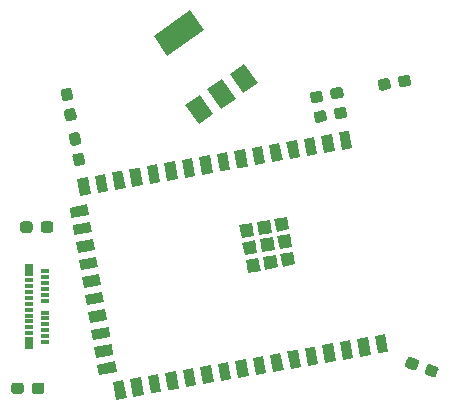
<source format=gbr>
G04 #@! TF.GenerationSoftware,KiCad,Pcbnew,5.1.5+dfsg1-2build2*
G04 #@! TF.CreationDate,2020-11-24T14:56:23+01:00*
G04 #@! TF.ProjectId,GreenEggs_and_Clem,47726565-6e45-4676-9773-5f616e645f43,v0.1*
G04 #@! TF.SameCoordinates,Original*
G04 #@! TF.FileFunction,Paste,Top*
G04 #@! TF.FilePolarity,Positive*
%FSLAX46Y46*%
G04 Gerber Fmt 4.6, Leading zero omitted, Abs format (unit mm)*
G04 Created by KiCad (PCBNEW 5.1.5+dfsg1-2build2) date 2020-11-24 14:56:23*
%MOMM*%
%LPD*%
G04 APERTURE LIST*
%ADD10C,0.100000*%
%ADD11R,0.700000X0.300000*%
%ADD12R,0.700000X1.000000*%
G04 APERTURE END LIST*
D10*
G36*
X150356967Y-74390623D02*
G01*
X151440256Y-74199610D01*
X151631269Y-75282899D01*
X150547980Y-75473912D01*
X150356967Y-74390623D01*
G37*
G36*
X157035640Y-65333283D02*
G01*
X157921967Y-65177000D01*
X158182440Y-66654211D01*
X157296113Y-66810494D01*
X157035640Y-65333283D01*
G37*
G36*
X155558429Y-65593755D02*
G01*
X156444756Y-65437472D01*
X156705229Y-66914683D01*
X155818902Y-67070966D01*
X155558429Y-65593755D01*
G37*
G36*
X154081217Y-65854227D02*
G01*
X154967544Y-65697944D01*
X155228017Y-67175155D01*
X154341690Y-67331438D01*
X154081217Y-65854227D01*
G37*
G36*
X152604006Y-66114700D02*
G01*
X153490333Y-65958417D01*
X153750806Y-67435628D01*
X152864479Y-67591911D01*
X152604006Y-66114700D01*
G37*
G36*
X151126794Y-66375172D02*
G01*
X152013121Y-66218889D01*
X152273594Y-67696100D01*
X151387267Y-67852383D01*
X151126794Y-66375172D01*
G37*
G36*
X149649582Y-66635644D02*
G01*
X150535909Y-66479361D01*
X150796382Y-67956572D01*
X149910055Y-68112855D01*
X149649582Y-66635644D01*
G37*
G36*
X148172371Y-66896116D02*
G01*
X149058698Y-66739833D01*
X149319171Y-68217044D01*
X148432844Y-68373327D01*
X148172371Y-66896116D01*
G37*
G36*
X146695159Y-67156589D02*
G01*
X147581486Y-67000306D01*
X147841959Y-68477517D01*
X146955632Y-68633800D01*
X146695159Y-67156589D01*
G37*
G36*
X145217947Y-67417061D02*
G01*
X146104274Y-67260778D01*
X146364747Y-68737989D01*
X145478420Y-68894272D01*
X145217947Y-67417061D01*
G37*
G36*
X143740736Y-67677533D02*
G01*
X144627063Y-67521250D01*
X144887536Y-68998461D01*
X144001209Y-69154744D01*
X143740736Y-67677533D01*
G37*
G36*
X142263524Y-67938005D02*
G01*
X143149851Y-67781722D01*
X143410324Y-69258933D01*
X142523997Y-69415216D01*
X142263524Y-67938005D01*
G37*
G36*
X140786313Y-68198478D02*
G01*
X141672640Y-68042195D01*
X141933113Y-69519406D01*
X141046786Y-69675689D01*
X140786313Y-68198478D01*
G37*
G36*
X139309101Y-68458950D02*
G01*
X140195428Y-68302667D01*
X140455901Y-69779878D01*
X139569574Y-69936161D01*
X139309101Y-68458950D01*
G37*
G36*
X137831889Y-68719422D02*
G01*
X138718216Y-68563139D01*
X138978689Y-70040350D01*
X138092362Y-70196633D01*
X137831889Y-68719422D01*
G37*
G36*
X136354678Y-68979894D02*
G01*
X137241005Y-68823611D01*
X137501478Y-70300822D01*
X136615151Y-70457105D01*
X136354678Y-68979894D01*
G37*
G36*
X134877466Y-69240367D02*
G01*
X135763793Y-69084084D01*
X136024266Y-70561295D01*
X135137939Y-70717578D01*
X134877466Y-69240367D01*
G37*
G36*
X160074484Y-82567418D02*
G01*
X160960811Y-82411135D01*
X161221284Y-83888346D01*
X160334957Y-84044629D01*
X160074484Y-82567418D01*
G37*
G36*
X158597272Y-82827891D02*
G01*
X159483599Y-82671608D01*
X159744072Y-84148819D01*
X158857745Y-84305102D01*
X158597272Y-82827891D01*
G37*
G36*
X157120060Y-83088363D02*
G01*
X158006387Y-82932080D01*
X158266860Y-84409291D01*
X157380533Y-84565574D01*
X157120060Y-83088363D01*
G37*
G36*
X155642849Y-83348835D02*
G01*
X156529176Y-83192552D01*
X156789649Y-84669763D01*
X155903322Y-84826046D01*
X155642849Y-83348835D01*
G37*
G36*
X154165637Y-83609307D02*
G01*
X155051964Y-83453024D01*
X155312437Y-84930235D01*
X154426110Y-85086518D01*
X154165637Y-83609307D01*
G37*
G36*
X152688425Y-83869780D02*
G01*
X153574752Y-83713497D01*
X153835225Y-85190708D01*
X152948898Y-85346991D01*
X152688425Y-83869780D01*
G37*
G36*
X151211214Y-84130252D02*
G01*
X152097541Y-83973969D01*
X152358014Y-85451180D01*
X151471687Y-85607463D01*
X151211214Y-84130252D01*
G37*
G36*
X149734002Y-84390724D02*
G01*
X150620329Y-84234441D01*
X150880802Y-85711652D01*
X149994475Y-85867935D01*
X149734002Y-84390724D01*
G37*
G36*
X148256791Y-84651197D02*
G01*
X149143118Y-84494914D01*
X149403591Y-85972125D01*
X148517264Y-86128408D01*
X148256791Y-84651197D01*
G37*
G36*
X146779579Y-84911669D02*
G01*
X147665906Y-84755386D01*
X147926379Y-86232597D01*
X147040052Y-86388880D01*
X146779579Y-84911669D01*
G37*
G36*
X145302367Y-85172141D02*
G01*
X146188694Y-85015858D01*
X146449167Y-86493069D01*
X145562840Y-86649352D01*
X145302367Y-85172141D01*
G37*
G36*
X143825156Y-85432613D02*
G01*
X144711483Y-85276330D01*
X144971956Y-86753541D01*
X144085629Y-86909824D01*
X143825156Y-85432613D01*
G37*
G36*
X142347944Y-85693086D02*
G01*
X143234271Y-85536803D01*
X143494744Y-87014014D01*
X142608417Y-87170297D01*
X142347944Y-85693086D01*
G37*
G36*
X140870732Y-85953558D02*
G01*
X141757059Y-85797275D01*
X142017532Y-87274486D01*
X141131205Y-87430769D01*
X140870732Y-85953558D01*
G37*
G36*
X139393521Y-86214030D02*
G01*
X140279848Y-86057747D01*
X140540321Y-87534958D01*
X139653994Y-87691241D01*
X139393521Y-86214030D01*
G37*
G36*
X137916309Y-86474502D02*
G01*
X138802636Y-86318219D01*
X139063109Y-87795430D01*
X138176782Y-87951713D01*
X137916309Y-86474502D01*
G37*
G36*
X134242810Y-71687755D02*
G01*
X135720021Y-71427282D01*
X135876304Y-72313609D01*
X134399093Y-72574082D01*
X134242810Y-71687755D01*
G37*
G36*
X134503282Y-73164967D02*
G01*
X135980493Y-72904494D01*
X136136776Y-73790821D01*
X134659565Y-74051294D01*
X134503282Y-73164967D01*
G37*
G36*
X134763754Y-74642179D02*
G01*
X136240965Y-74381706D01*
X136397248Y-75268033D01*
X134920037Y-75528506D01*
X134763754Y-74642179D01*
G37*
G36*
X135024226Y-76119390D02*
G01*
X136501437Y-75858917D01*
X136657720Y-76745244D01*
X135180509Y-77005717D01*
X135024226Y-76119390D01*
G37*
G36*
X135284699Y-77596602D02*
G01*
X136761910Y-77336129D01*
X136918193Y-78222456D01*
X135440982Y-78482929D01*
X135284699Y-77596602D01*
G37*
G36*
X135545171Y-79073814D02*
G01*
X137022382Y-78813341D01*
X137178665Y-79699668D01*
X135701454Y-79960141D01*
X135545171Y-79073814D01*
G37*
G36*
X135805643Y-80551025D02*
G01*
X137282854Y-80290552D01*
X137439137Y-81176879D01*
X135961926Y-81437352D01*
X135805643Y-80551025D01*
G37*
G36*
X136066115Y-82028237D02*
G01*
X137543326Y-81767764D01*
X137699609Y-82654091D01*
X136222398Y-82914564D01*
X136066115Y-82028237D01*
G37*
G36*
X136326588Y-83505448D02*
G01*
X137803799Y-83244975D01*
X137960082Y-84131302D01*
X136482871Y-84391775D01*
X136326588Y-83505448D01*
G37*
G36*
X136587060Y-84982660D02*
G01*
X138064271Y-84722187D01*
X138220554Y-85608514D01*
X136743343Y-85868987D01*
X136587060Y-84982660D01*
G37*
G36*
X150096495Y-72913412D02*
G01*
X151179784Y-72722399D01*
X151370797Y-73805688D01*
X150287508Y-73996701D01*
X150096495Y-72913412D01*
G37*
G36*
X150617440Y-75867835D02*
G01*
X151700729Y-75676822D01*
X151891742Y-76760111D01*
X150808453Y-76951124D01*
X150617440Y-75867835D01*
G37*
G36*
X148619283Y-73173884D02*
G01*
X149702572Y-72982871D01*
X149893585Y-74066160D01*
X148810296Y-74257173D01*
X148619283Y-73173884D01*
G37*
G36*
X148879756Y-74651095D02*
G01*
X149963045Y-74460082D01*
X150154058Y-75543371D01*
X149070769Y-75734384D01*
X148879756Y-74651095D01*
G37*
G36*
X149140228Y-76128307D02*
G01*
X150223517Y-75937294D01*
X150414530Y-77020583D01*
X149331241Y-77211596D01*
X149140228Y-76128307D01*
G37*
G36*
X151573707Y-72652939D02*
G01*
X152656996Y-72461926D01*
X152848009Y-73545215D01*
X151764720Y-73736228D01*
X151573707Y-72652939D01*
G37*
G36*
X151834179Y-74130151D02*
G01*
X152917468Y-73939138D01*
X153108481Y-75022427D01*
X152025192Y-75213440D01*
X151834179Y-74130151D01*
G37*
G36*
X152094651Y-75607363D02*
G01*
X153177940Y-75416350D01*
X153368953Y-76499639D01*
X152285664Y-76690652D01*
X152094651Y-75607363D01*
G37*
G36*
X157462028Y-63158450D02*
G01*
X157485002Y-63162372D01*
X157507482Y-63168527D01*
X157529250Y-63176855D01*
X157550097Y-63187278D01*
X157569822Y-63199693D01*
X157588235Y-63213982D01*
X157605159Y-63230008D01*
X157620431Y-63247614D01*
X157633903Y-63266633D01*
X157645447Y-63286881D01*
X157654950Y-63308163D01*
X157662321Y-63330274D01*
X157667490Y-63353001D01*
X157749973Y-63820785D01*
X157752889Y-63843909D01*
X157753524Y-63867207D01*
X157751873Y-63890456D01*
X157747951Y-63913430D01*
X157741796Y-63935910D01*
X157733467Y-63957678D01*
X157723045Y-63978525D01*
X157710630Y-63998250D01*
X157696340Y-64016664D01*
X157680315Y-64033587D01*
X157662709Y-64048859D01*
X157643690Y-64062331D01*
X157623442Y-64073875D01*
X157602160Y-64083378D01*
X157580049Y-64090749D01*
X157557323Y-64095918D01*
X156991058Y-64195766D01*
X156967934Y-64198682D01*
X156944635Y-64199317D01*
X156921386Y-64197666D01*
X156898412Y-64193744D01*
X156875932Y-64187589D01*
X156854164Y-64179261D01*
X156833317Y-64168838D01*
X156813592Y-64156423D01*
X156795179Y-64142134D01*
X156778255Y-64126108D01*
X156762983Y-64108502D01*
X156749511Y-64089483D01*
X156737967Y-64069235D01*
X156728464Y-64047953D01*
X156721093Y-64025842D01*
X156715924Y-64003115D01*
X156633441Y-63535331D01*
X156630525Y-63512207D01*
X156629890Y-63488909D01*
X156631541Y-63465660D01*
X156635463Y-63442686D01*
X156641618Y-63420206D01*
X156649947Y-63398438D01*
X156660369Y-63377591D01*
X156672784Y-63357866D01*
X156687074Y-63339452D01*
X156703099Y-63322529D01*
X156720705Y-63307257D01*
X156739724Y-63293785D01*
X156759972Y-63282241D01*
X156781254Y-63272738D01*
X156803365Y-63265367D01*
X156826091Y-63260198D01*
X157392356Y-63160350D01*
X157415480Y-63157434D01*
X157438779Y-63156799D01*
X157462028Y-63158450D01*
G37*
G36*
X155738614Y-63462334D02*
G01*
X155761588Y-63466256D01*
X155784068Y-63472411D01*
X155805836Y-63480739D01*
X155826683Y-63491162D01*
X155846408Y-63503577D01*
X155864821Y-63517866D01*
X155881745Y-63533892D01*
X155897017Y-63551498D01*
X155910489Y-63570517D01*
X155922033Y-63590765D01*
X155931536Y-63612047D01*
X155938907Y-63634158D01*
X155944076Y-63656885D01*
X156026559Y-64124669D01*
X156029475Y-64147793D01*
X156030110Y-64171091D01*
X156028459Y-64194340D01*
X156024537Y-64217314D01*
X156018382Y-64239794D01*
X156010053Y-64261562D01*
X155999631Y-64282409D01*
X155987216Y-64302134D01*
X155972926Y-64320548D01*
X155956901Y-64337471D01*
X155939295Y-64352743D01*
X155920276Y-64366215D01*
X155900028Y-64377759D01*
X155878746Y-64387262D01*
X155856635Y-64394633D01*
X155833909Y-64399802D01*
X155267644Y-64499650D01*
X155244520Y-64502566D01*
X155221221Y-64503201D01*
X155197972Y-64501550D01*
X155174998Y-64497628D01*
X155152518Y-64491473D01*
X155130750Y-64483145D01*
X155109903Y-64472722D01*
X155090178Y-64460307D01*
X155071765Y-64446018D01*
X155054841Y-64429992D01*
X155039569Y-64412386D01*
X155026097Y-64393367D01*
X155014553Y-64373119D01*
X155005050Y-64351837D01*
X154997679Y-64329726D01*
X154992510Y-64306999D01*
X154910027Y-63839215D01*
X154907111Y-63816091D01*
X154906476Y-63792793D01*
X154908127Y-63769544D01*
X154912049Y-63746570D01*
X154918204Y-63724090D01*
X154926533Y-63702322D01*
X154936955Y-63681475D01*
X154949370Y-63661750D01*
X154963660Y-63643336D01*
X154979685Y-63626413D01*
X154997291Y-63611141D01*
X155016310Y-63597669D01*
X155036558Y-63586125D01*
X155057840Y-63576622D01*
X155079951Y-63569251D01*
X155102677Y-63564082D01*
X155668942Y-63464234D01*
X155692066Y-63461318D01*
X155715365Y-63460683D01*
X155738614Y-63462334D01*
G37*
G36*
X155428614Y-61802334D02*
G01*
X155451588Y-61806256D01*
X155474068Y-61812411D01*
X155495836Y-61820739D01*
X155516683Y-61831162D01*
X155536408Y-61843577D01*
X155554821Y-61857866D01*
X155571745Y-61873892D01*
X155587017Y-61891498D01*
X155600489Y-61910517D01*
X155612033Y-61930765D01*
X155621536Y-61952047D01*
X155628907Y-61974158D01*
X155634076Y-61996885D01*
X155716559Y-62464669D01*
X155719475Y-62487793D01*
X155720110Y-62511091D01*
X155718459Y-62534340D01*
X155714537Y-62557314D01*
X155708382Y-62579794D01*
X155700053Y-62601562D01*
X155689631Y-62622409D01*
X155677216Y-62642134D01*
X155662926Y-62660548D01*
X155646901Y-62677471D01*
X155629295Y-62692743D01*
X155610276Y-62706215D01*
X155590028Y-62717759D01*
X155568746Y-62727262D01*
X155546635Y-62734633D01*
X155523909Y-62739802D01*
X154957644Y-62839650D01*
X154934520Y-62842566D01*
X154911221Y-62843201D01*
X154887972Y-62841550D01*
X154864998Y-62837628D01*
X154842518Y-62831473D01*
X154820750Y-62823145D01*
X154799903Y-62812722D01*
X154780178Y-62800307D01*
X154761765Y-62786018D01*
X154744841Y-62769992D01*
X154729569Y-62752386D01*
X154716097Y-62733367D01*
X154704553Y-62713119D01*
X154695050Y-62691837D01*
X154687679Y-62669726D01*
X154682510Y-62646999D01*
X154600027Y-62179215D01*
X154597111Y-62156091D01*
X154596476Y-62132793D01*
X154598127Y-62109544D01*
X154602049Y-62086570D01*
X154608204Y-62064090D01*
X154616533Y-62042322D01*
X154626955Y-62021475D01*
X154639370Y-62001750D01*
X154653660Y-61983336D01*
X154669685Y-61966413D01*
X154687291Y-61951141D01*
X154706310Y-61937669D01*
X154726558Y-61926125D01*
X154747840Y-61916622D01*
X154769951Y-61909251D01*
X154792677Y-61904082D01*
X155358942Y-61804234D01*
X155382066Y-61801318D01*
X155405365Y-61800683D01*
X155428614Y-61802334D01*
G37*
G36*
X157152028Y-61498450D02*
G01*
X157175002Y-61502372D01*
X157197482Y-61508527D01*
X157219250Y-61516855D01*
X157240097Y-61527278D01*
X157259822Y-61539693D01*
X157278235Y-61553982D01*
X157295159Y-61570008D01*
X157310431Y-61587614D01*
X157323903Y-61606633D01*
X157335447Y-61626881D01*
X157344950Y-61648163D01*
X157352321Y-61670274D01*
X157357490Y-61693001D01*
X157439973Y-62160785D01*
X157442889Y-62183909D01*
X157443524Y-62207207D01*
X157441873Y-62230456D01*
X157437951Y-62253430D01*
X157431796Y-62275910D01*
X157423467Y-62297678D01*
X157413045Y-62318525D01*
X157400630Y-62338250D01*
X157386340Y-62356664D01*
X157370315Y-62373587D01*
X157352709Y-62388859D01*
X157333690Y-62402331D01*
X157313442Y-62413875D01*
X157292160Y-62423378D01*
X157270049Y-62430749D01*
X157247323Y-62435918D01*
X156681058Y-62535766D01*
X156657934Y-62538682D01*
X156634635Y-62539317D01*
X156611386Y-62537666D01*
X156588412Y-62533744D01*
X156565932Y-62527589D01*
X156544164Y-62519261D01*
X156523317Y-62508838D01*
X156503592Y-62496423D01*
X156485179Y-62482134D01*
X156468255Y-62466108D01*
X156452983Y-62448502D01*
X156439511Y-62429483D01*
X156427967Y-62409235D01*
X156418464Y-62387953D01*
X156411093Y-62365842D01*
X156405924Y-62343115D01*
X156323441Y-61875331D01*
X156320525Y-61852207D01*
X156319890Y-61828909D01*
X156321541Y-61805660D01*
X156325463Y-61782686D01*
X156331618Y-61760206D01*
X156339947Y-61738438D01*
X156350369Y-61717591D01*
X156362784Y-61697866D01*
X156377074Y-61679452D01*
X156393099Y-61662529D01*
X156410705Y-61647257D01*
X156429724Y-61633785D01*
X156449972Y-61622241D01*
X156471254Y-61612738D01*
X156493365Y-61605367D01*
X156516091Y-61600198D01*
X157082356Y-61500350D01*
X157105480Y-61497434D01*
X157128779Y-61496799D01*
X157152028Y-61498450D01*
G37*
G36*
X134524340Y-63271541D02*
G01*
X134547314Y-63275463D01*
X134569794Y-63281618D01*
X134591562Y-63289947D01*
X134612409Y-63300369D01*
X134632134Y-63312784D01*
X134650548Y-63327074D01*
X134667471Y-63343099D01*
X134682743Y-63360705D01*
X134696215Y-63379724D01*
X134707759Y-63399972D01*
X134717262Y-63421254D01*
X134724633Y-63443365D01*
X134729802Y-63466091D01*
X134829650Y-64032356D01*
X134832566Y-64055480D01*
X134833201Y-64078779D01*
X134831550Y-64102028D01*
X134827628Y-64125002D01*
X134821473Y-64147482D01*
X134813145Y-64169250D01*
X134802722Y-64190097D01*
X134790307Y-64209822D01*
X134776018Y-64228235D01*
X134759992Y-64245159D01*
X134742386Y-64260431D01*
X134723367Y-64273903D01*
X134703119Y-64285447D01*
X134681837Y-64294950D01*
X134659726Y-64302321D01*
X134636999Y-64307490D01*
X134169215Y-64389973D01*
X134146091Y-64392889D01*
X134122793Y-64393524D01*
X134099544Y-64391873D01*
X134076570Y-64387951D01*
X134054090Y-64381796D01*
X134032322Y-64373467D01*
X134011475Y-64363045D01*
X133991750Y-64350630D01*
X133973336Y-64336340D01*
X133956413Y-64320315D01*
X133941141Y-64302709D01*
X133927669Y-64283690D01*
X133916125Y-64263442D01*
X133906622Y-64242160D01*
X133899251Y-64220049D01*
X133894082Y-64197323D01*
X133794234Y-63631058D01*
X133791318Y-63607934D01*
X133790683Y-63584635D01*
X133792334Y-63561386D01*
X133796256Y-63538412D01*
X133802411Y-63515932D01*
X133810739Y-63494164D01*
X133821162Y-63473317D01*
X133833577Y-63453592D01*
X133847866Y-63435179D01*
X133863892Y-63418255D01*
X133881498Y-63402983D01*
X133900517Y-63389511D01*
X133920765Y-63377967D01*
X133942047Y-63368464D01*
X133964158Y-63361093D01*
X133986885Y-63355924D01*
X134454669Y-63273441D01*
X134477793Y-63270525D01*
X134501091Y-63269890D01*
X134524340Y-63271541D01*
G37*
G36*
X134220456Y-61548127D02*
G01*
X134243430Y-61552049D01*
X134265910Y-61558204D01*
X134287678Y-61566533D01*
X134308525Y-61576955D01*
X134328250Y-61589370D01*
X134346664Y-61603660D01*
X134363587Y-61619685D01*
X134378859Y-61637291D01*
X134392331Y-61656310D01*
X134403875Y-61676558D01*
X134413378Y-61697840D01*
X134420749Y-61719951D01*
X134425918Y-61742677D01*
X134525766Y-62308942D01*
X134528682Y-62332066D01*
X134529317Y-62355365D01*
X134527666Y-62378614D01*
X134523744Y-62401588D01*
X134517589Y-62424068D01*
X134509261Y-62445836D01*
X134498838Y-62466683D01*
X134486423Y-62486408D01*
X134472134Y-62504821D01*
X134456108Y-62521745D01*
X134438502Y-62537017D01*
X134419483Y-62550489D01*
X134399235Y-62562033D01*
X134377953Y-62571536D01*
X134355842Y-62578907D01*
X134333115Y-62584076D01*
X133865331Y-62666559D01*
X133842207Y-62669475D01*
X133818909Y-62670110D01*
X133795660Y-62668459D01*
X133772686Y-62664537D01*
X133750206Y-62658382D01*
X133728438Y-62650053D01*
X133707591Y-62639631D01*
X133687866Y-62627216D01*
X133669452Y-62612926D01*
X133652529Y-62596901D01*
X133637257Y-62579295D01*
X133623785Y-62560276D01*
X133612241Y-62540028D01*
X133602738Y-62518746D01*
X133595367Y-62496635D01*
X133590198Y-62473909D01*
X133490350Y-61907644D01*
X133487434Y-61884520D01*
X133486799Y-61861221D01*
X133488450Y-61837972D01*
X133492372Y-61814998D01*
X133498527Y-61792518D01*
X133506855Y-61770750D01*
X133517278Y-61749903D01*
X133529693Y-61730178D01*
X133543982Y-61711765D01*
X133560008Y-61694841D01*
X133577614Y-61679569D01*
X133596633Y-61666097D01*
X133616881Y-61654553D01*
X133638163Y-61645050D01*
X133660274Y-61637679D01*
X133683001Y-61632510D01*
X134150785Y-61550027D01*
X134173909Y-61547111D01*
X134197207Y-61546476D01*
X134220456Y-61548127D01*
G37*
D11*
X132150000Y-77080000D03*
X132150000Y-77580000D03*
X132150000Y-78080000D03*
X132150000Y-78580000D03*
X132150000Y-79080000D03*
X132150000Y-79580000D03*
X132150000Y-80580000D03*
X132150000Y-81080000D03*
X132150000Y-81580000D03*
X132150000Y-82080000D03*
X132150000Y-82580000D03*
X132150000Y-83080000D03*
D12*
X130850000Y-83180000D03*
D11*
X130850000Y-82330000D03*
X130850000Y-81830000D03*
X130850000Y-81330000D03*
X130850000Y-80830000D03*
X130850000Y-80330000D03*
X130850000Y-79830000D03*
X130850000Y-79330000D03*
X130850000Y-78830000D03*
X130850000Y-78330000D03*
X130850000Y-77830000D03*
D12*
X130850000Y-76980000D03*
D10*
G36*
X132640780Y-72866143D02*
G01*
X132663835Y-72869562D01*
X132686444Y-72875226D01*
X132708388Y-72883078D01*
X132729458Y-72893043D01*
X132749449Y-72905025D01*
X132768169Y-72918909D01*
X132785439Y-72934561D01*
X132801091Y-72951831D01*
X132814975Y-72970551D01*
X132826957Y-72990542D01*
X132836922Y-73011612D01*
X132844774Y-73033556D01*
X132850438Y-73056165D01*
X132853857Y-73079220D01*
X132855001Y-73102499D01*
X132855001Y-73577499D01*
X132853857Y-73600778D01*
X132850438Y-73623833D01*
X132844774Y-73646442D01*
X132836922Y-73668386D01*
X132826957Y-73689456D01*
X132814975Y-73709447D01*
X132801091Y-73728167D01*
X132785439Y-73745437D01*
X132768169Y-73761089D01*
X132749449Y-73774973D01*
X132729458Y-73786955D01*
X132708388Y-73796920D01*
X132686444Y-73804772D01*
X132663835Y-73810436D01*
X132640780Y-73813855D01*
X132617501Y-73814999D01*
X132042501Y-73814999D01*
X132019222Y-73813855D01*
X131996167Y-73810436D01*
X131973558Y-73804772D01*
X131951614Y-73796920D01*
X131930544Y-73786955D01*
X131910553Y-73774973D01*
X131891833Y-73761089D01*
X131874563Y-73745437D01*
X131858911Y-73728167D01*
X131845027Y-73709447D01*
X131833045Y-73689456D01*
X131823080Y-73668386D01*
X131815228Y-73646442D01*
X131809564Y-73623833D01*
X131806145Y-73600778D01*
X131805001Y-73577499D01*
X131805001Y-73102499D01*
X131806145Y-73079220D01*
X131809564Y-73056165D01*
X131815228Y-73033556D01*
X131823080Y-73011612D01*
X131833045Y-72990542D01*
X131845027Y-72970551D01*
X131858911Y-72951831D01*
X131874563Y-72934561D01*
X131891833Y-72918909D01*
X131910553Y-72905025D01*
X131930544Y-72893043D01*
X131951614Y-72883078D01*
X131973558Y-72875226D01*
X131996167Y-72869562D01*
X132019222Y-72866143D01*
X132042501Y-72864999D01*
X132617501Y-72864999D01*
X132640780Y-72866143D01*
G37*
G36*
X130890780Y-72866143D02*
G01*
X130913835Y-72869562D01*
X130936444Y-72875226D01*
X130958388Y-72883078D01*
X130979458Y-72893043D01*
X130999449Y-72905025D01*
X131018169Y-72918909D01*
X131035439Y-72934561D01*
X131051091Y-72951831D01*
X131064975Y-72970551D01*
X131076957Y-72990542D01*
X131086922Y-73011612D01*
X131094774Y-73033556D01*
X131100438Y-73056165D01*
X131103857Y-73079220D01*
X131105001Y-73102499D01*
X131105001Y-73577499D01*
X131103857Y-73600778D01*
X131100438Y-73623833D01*
X131094774Y-73646442D01*
X131086922Y-73668386D01*
X131076957Y-73689456D01*
X131064975Y-73709447D01*
X131051091Y-73728167D01*
X131035439Y-73745437D01*
X131018169Y-73761089D01*
X130999449Y-73774973D01*
X130979458Y-73786955D01*
X130958388Y-73796920D01*
X130936444Y-73804772D01*
X130913835Y-73810436D01*
X130890780Y-73813855D01*
X130867501Y-73814999D01*
X130292501Y-73814999D01*
X130269222Y-73813855D01*
X130246167Y-73810436D01*
X130223558Y-73804772D01*
X130201614Y-73796920D01*
X130180544Y-73786955D01*
X130160553Y-73774973D01*
X130141833Y-73761089D01*
X130124563Y-73745437D01*
X130108911Y-73728167D01*
X130095027Y-73709447D01*
X130083045Y-73689456D01*
X130073080Y-73668386D01*
X130065228Y-73646442D01*
X130059564Y-73623833D01*
X130056145Y-73600778D01*
X130055001Y-73577499D01*
X130055001Y-73102499D01*
X130056145Y-73079220D01*
X130059564Y-73056165D01*
X130065228Y-73033556D01*
X130073080Y-73011612D01*
X130083045Y-72990542D01*
X130095027Y-72970551D01*
X130108911Y-72951831D01*
X130124563Y-72934561D01*
X130141833Y-72918909D01*
X130160553Y-72905025D01*
X130180544Y-72893043D01*
X130201614Y-72883078D01*
X130223558Y-72875226D01*
X130246167Y-72869562D01*
X130269222Y-72866143D01*
X130292501Y-72864999D01*
X130867501Y-72864999D01*
X130890780Y-72866143D01*
G37*
G36*
X131895779Y-86506144D02*
G01*
X131918834Y-86509563D01*
X131941443Y-86515227D01*
X131963387Y-86523079D01*
X131984457Y-86533044D01*
X132004448Y-86545026D01*
X132023168Y-86558910D01*
X132040438Y-86574562D01*
X132056090Y-86591832D01*
X132069974Y-86610552D01*
X132081956Y-86630543D01*
X132091921Y-86651613D01*
X132099773Y-86673557D01*
X132105437Y-86696166D01*
X132108856Y-86719221D01*
X132110000Y-86742500D01*
X132110000Y-87217500D01*
X132108856Y-87240779D01*
X132105437Y-87263834D01*
X132099773Y-87286443D01*
X132091921Y-87308387D01*
X132081956Y-87329457D01*
X132069974Y-87349448D01*
X132056090Y-87368168D01*
X132040438Y-87385438D01*
X132023168Y-87401090D01*
X132004448Y-87414974D01*
X131984457Y-87426956D01*
X131963387Y-87436921D01*
X131941443Y-87444773D01*
X131918834Y-87450437D01*
X131895779Y-87453856D01*
X131872500Y-87455000D01*
X131297500Y-87455000D01*
X131274221Y-87453856D01*
X131251166Y-87450437D01*
X131228557Y-87444773D01*
X131206613Y-87436921D01*
X131185543Y-87426956D01*
X131165552Y-87414974D01*
X131146832Y-87401090D01*
X131129562Y-87385438D01*
X131113910Y-87368168D01*
X131100026Y-87349448D01*
X131088044Y-87329457D01*
X131078079Y-87308387D01*
X131070227Y-87286443D01*
X131064563Y-87263834D01*
X131061144Y-87240779D01*
X131060000Y-87217500D01*
X131060000Y-86742500D01*
X131061144Y-86719221D01*
X131064563Y-86696166D01*
X131070227Y-86673557D01*
X131078079Y-86651613D01*
X131088044Y-86630543D01*
X131100026Y-86610552D01*
X131113910Y-86591832D01*
X131129562Y-86574562D01*
X131146832Y-86558910D01*
X131165552Y-86545026D01*
X131185543Y-86533044D01*
X131206613Y-86523079D01*
X131228557Y-86515227D01*
X131251166Y-86509563D01*
X131274221Y-86506144D01*
X131297500Y-86505000D01*
X131872500Y-86505000D01*
X131895779Y-86506144D01*
G37*
G36*
X130145779Y-86506144D02*
G01*
X130168834Y-86509563D01*
X130191443Y-86515227D01*
X130213387Y-86523079D01*
X130234457Y-86533044D01*
X130254448Y-86545026D01*
X130273168Y-86558910D01*
X130290438Y-86574562D01*
X130306090Y-86591832D01*
X130319974Y-86610552D01*
X130331956Y-86630543D01*
X130341921Y-86651613D01*
X130349773Y-86673557D01*
X130355437Y-86696166D01*
X130358856Y-86719221D01*
X130360000Y-86742500D01*
X130360000Y-87217500D01*
X130358856Y-87240779D01*
X130355437Y-87263834D01*
X130349773Y-87286443D01*
X130341921Y-87308387D01*
X130331956Y-87329457D01*
X130319974Y-87349448D01*
X130306090Y-87368168D01*
X130290438Y-87385438D01*
X130273168Y-87401090D01*
X130254448Y-87414974D01*
X130234457Y-87426956D01*
X130213387Y-87436921D01*
X130191443Y-87444773D01*
X130168834Y-87450437D01*
X130145779Y-87453856D01*
X130122500Y-87455000D01*
X129547500Y-87455000D01*
X129524221Y-87453856D01*
X129501166Y-87450437D01*
X129478557Y-87444773D01*
X129456613Y-87436921D01*
X129435543Y-87426956D01*
X129415552Y-87414974D01*
X129396832Y-87401090D01*
X129379562Y-87385438D01*
X129363910Y-87368168D01*
X129350026Y-87349448D01*
X129338044Y-87329457D01*
X129328079Y-87308387D01*
X129320227Y-87286443D01*
X129314563Y-87263834D01*
X129311144Y-87240779D01*
X129310000Y-87217500D01*
X129310000Y-86742500D01*
X129311144Y-86719221D01*
X129314563Y-86696166D01*
X129320227Y-86673557D01*
X129328079Y-86651613D01*
X129338044Y-86630543D01*
X129350026Y-86610552D01*
X129363910Y-86591832D01*
X129379562Y-86574562D01*
X129396832Y-86558910D01*
X129415552Y-86545026D01*
X129435543Y-86533044D01*
X129456613Y-86523079D01*
X129478557Y-86515227D01*
X129501166Y-86509563D01*
X129524221Y-86506144D01*
X129547500Y-86505000D01*
X130122500Y-86505000D01*
X130145779Y-86506144D01*
G37*
G36*
X162892028Y-60438450D02*
G01*
X162915002Y-60442372D01*
X162937482Y-60448527D01*
X162959250Y-60456855D01*
X162980097Y-60467278D01*
X162999822Y-60479693D01*
X163018235Y-60493982D01*
X163035159Y-60510008D01*
X163050431Y-60527614D01*
X163063903Y-60546633D01*
X163075447Y-60566881D01*
X163084950Y-60588163D01*
X163092321Y-60610274D01*
X163097490Y-60633001D01*
X163179973Y-61100785D01*
X163182889Y-61123909D01*
X163183524Y-61147207D01*
X163181873Y-61170456D01*
X163177951Y-61193430D01*
X163171796Y-61215910D01*
X163163467Y-61237678D01*
X163153045Y-61258525D01*
X163140630Y-61278250D01*
X163126340Y-61296664D01*
X163110315Y-61313587D01*
X163092709Y-61328859D01*
X163073690Y-61342331D01*
X163053442Y-61353875D01*
X163032160Y-61363378D01*
X163010049Y-61370749D01*
X162987323Y-61375918D01*
X162421058Y-61475766D01*
X162397934Y-61478682D01*
X162374635Y-61479317D01*
X162351386Y-61477666D01*
X162328412Y-61473744D01*
X162305932Y-61467589D01*
X162284164Y-61459261D01*
X162263317Y-61448838D01*
X162243592Y-61436423D01*
X162225179Y-61422134D01*
X162208255Y-61406108D01*
X162192983Y-61388502D01*
X162179511Y-61369483D01*
X162167967Y-61349235D01*
X162158464Y-61327953D01*
X162151093Y-61305842D01*
X162145924Y-61283115D01*
X162063441Y-60815331D01*
X162060525Y-60792207D01*
X162059890Y-60768909D01*
X162061541Y-60745660D01*
X162065463Y-60722686D01*
X162071618Y-60700206D01*
X162079947Y-60678438D01*
X162090369Y-60657591D01*
X162102784Y-60637866D01*
X162117074Y-60619452D01*
X162133099Y-60602529D01*
X162150705Y-60587257D01*
X162169724Y-60573785D01*
X162189972Y-60562241D01*
X162211254Y-60552738D01*
X162233365Y-60545367D01*
X162256091Y-60540198D01*
X162822356Y-60440350D01*
X162845480Y-60437434D01*
X162868779Y-60436799D01*
X162892028Y-60438450D01*
G37*
G36*
X161168614Y-60742334D02*
G01*
X161191588Y-60746256D01*
X161214068Y-60752411D01*
X161235836Y-60760739D01*
X161256683Y-60771162D01*
X161276408Y-60783577D01*
X161294821Y-60797866D01*
X161311745Y-60813892D01*
X161327017Y-60831498D01*
X161340489Y-60850517D01*
X161352033Y-60870765D01*
X161361536Y-60892047D01*
X161368907Y-60914158D01*
X161374076Y-60936885D01*
X161456559Y-61404669D01*
X161459475Y-61427793D01*
X161460110Y-61451091D01*
X161458459Y-61474340D01*
X161454537Y-61497314D01*
X161448382Y-61519794D01*
X161440053Y-61541562D01*
X161429631Y-61562409D01*
X161417216Y-61582134D01*
X161402926Y-61600548D01*
X161386901Y-61617471D01*
X161369295Y-61632743D01*
X161350276Y-61646215D01*
X161330028Y-61657759D01*
X161308746Y-61667262D01*
X161286635Y-61674633D01*
X161263909Y-61679802D01*
X160697644Y-61779650D01*
X160674520Y-61782566D01*
X160651221Y-61783201D01*
X160627972Y-61781550D01*
X160604998Y-61777628D01*
X160582518Y-61771473D01*
X160560750Y-61763145D01*
X160539903Y-61752722D01*
X160520178Y-61740307D01*
X160501765Y-61726018D01*
X160484841Y-61709992D01*
X160469569Y-61692386D01*
X160456097Y-61673367D01*
X160444553Y-61653119D01*
X160435050Y-61631837D01*
X160427679Y-61609726D01*
X160422510Y-61586999D01*
X160340027Y-61119215D01*
X160337111Y-61096091D01*
X160336476Y-61072793D01*
X160338127Y-61049544D01*
X160342049Y-61026570D01*
X160348204Y-61004090D01*
X160356533Y-60982322D01*
X160366955Y-60961475D01*
X160379370Y-60941750D01*
X160393660Y-60923336D01*
X160409685Y-60906413D01*
X160427291Y-60891141D01*
X160446310Y-60877669D01*
X160466558Y-60866125D01*
X160487840Y-60856622D01*
X160509951Y-60849251D01*
X160532677Y-60844082D01*
X161098942Y-60744234D01*
X161122066Y-60741318D01*
X161145365Y-60740683D01*
X161168614Y-60742334D01*
G37*
G36*
X163071784Y-84342077D02*
G01*
X163094966Y-84344488D01*
X163117800Y-84349160D01*
X163140067Y-84356047D01*
X163680390Y-84552709D01*
X163701874Y-84561746D01*
X163722369Y-84572845D01*
X163741677Y-84585899D01*
X163759613Y-84600783D01*
X163776003Y-84617353D01*
X163790691Y-84635450D01*
X163803534Y-84654900D01*
X163814408Y-84675514D01*
X163823210Y-84697096D01*
X163829854Y-84719436D01*
X163834276Y-84742320D01*
X163836434Y-84765527D01*
X163836307Y-84788833D01*
X163833896Y-84812016D01*
X163829224Y-84834850D01*
X163822337Y-84857116D01*
X163659878Y-85303470D01*
X163650842Y-85324954D01*
X163639743Y-85345448D01*
X163626688Y-85364757D01*
X163611805Y-85382692D01*
X163595234Y-85399083D01*
X163577137Y-85413770D01*
X163557688Y-85426613D01*
X163537073Y-85437488D01*
X163515492Y-85446290D01*
X163493152Y-85452934D01*
X163470268Y-85457356D01*
X163447061Y-85459514D01*
X163423754Y-85459387D01*
X163400572Y-85456976D01*
X163377738Y-85452304D01*
X163355471Y-85445417D01*
X162815148Y-85248755D01*
X162793664Y-85239718D01*
X162773169Y-85228619D01*
X162753861Y-85215565D01*
X162735925Y-85200681D01*
X162719535Y-85184111D01*
X162704847Y-85166014D01*
X162692004Y-85146564D01*
X162681130Y-85125950D01*
X162672328Y-85104368D01*
X162665684Y-85082028D01*
X162661262Y-85059144D01*
X162659104Y-85035937D01*
X162659231Y-85012631D01*
X162661642Y-84989448D01*
X162666314Y-84966614D01*
X162673201Y-84944348D01*
X162835660Y-84497994D01*
X162844696Y-84476510D01*
X162855795Y-84456016D01*
X162868850Y-84436707D01*
X162883733Y-84418772D01*
X162900304Y-84402381D01*
X162918401Y-84387694D01*
X162937850Y-84374851D01*
X162958465Y-84363976D01*
X162980046Y-84355174D01*
X163002386Y-84348530D01*
X163025270Y-84344108D01*
X163048477Y-84341950D01*
X163071784Y-84342077D01*
G37*
G36*
X164716246Y-84940613D02*
G01*
X164739428Y-84943024D01*
X164762262Y-84947696D01*
X164784529Y-84954583D01*
X165324852Y-85151245D01*
X165346336Y-85160282D01*
X165366831Y-85171381D01*
X165386139Y-85184435D01*
X165404075Y-85199319D01*
X165420465Y-85215889D01*
X165435153Y-85233986D01*
X165447996Y-85253436D01*
X165458870Y-85274050D01*
X165467672Y-85295632D01*
X165474316Y-85317972D01*
X165478738Y-85340856D01*
X165480896Y-85364063D01*
X165480769Y-85387369D01*
X165478358Y-85410552D01*
X165473686Y-85433386D01*
X165466799Y-85455652D01*
X165304340Y-85902006D01*
X165295304Y-85923490D01*
X165284205Y-85943984D01*
X165271150Y-85963293D01*
X165256267Y-85981228D01*
X165239696Y-85997619D01*
X165221599Y-86012306D01*
X165202150Y-86025149D01*
X165181535Y-86036024D01*
X165159954Y-86044826D01*
X165137614Y-86051470D01*
X165114730Y-86055892D01*
X165091523Y-86058050D01*
X165068216Y-86057923D01*
X165045034Y-86055512D01*
X165022200Y-86050840D01*
X164999933Y-86043953D01*
X164459610Y-85847291D01*
X164438126Y-85838254D01*
X164417631Y-85827155D01*
X164398323Y-85814101D01*
X164380387Y-85799217D01*
X164363997Y-85782647D01*
X164349309Y-85764550D01*
X164336466Y-85745100D01*
X164325592Y-85724486D01*
X164316790Y-85702904D01*
X164310146Y-85680564D01*
X164305724Y-85657680D01*
X164303566Y-85634473D01*
X164303693Y-85611167D01*
X164306104Y-85587984D01*
X164310776Y-85565150D01*
X164317663Y-85542884D01*
X164480122Y-85096530D01*
X164489158Y-85075046D01*
X164500257Y-85054552D01*
X164513312Y-85035243D01*
X164528195Y-85017308D01*
X164544766Y-85000917D01*
X164562863Y-84986230D01*
X164582312Y-84973387D01*
X164602927Y-84962512D01*
X164624508Y-84953710D01*
X164646848Y-84947066D01*
X164669732Y-84942644D01*
X164692939Y-84940486D01*
X164716246Y-84940613D01*
G37*
G36*
X134920456Y-65318127D02*
G01*
X134943430Y-65322049D01*
X134965910Y-65328204D01*
X134987678Y-65336533D01*
X135008525Y-65346955D01*
X135028250Y-65359370D01*
X135046664Y-65373660D01*
X135063587Y-65389685D01*
X135078859Y-65407291D01*
X135092331Y-65426310D01*
X135103875Y-65446558D01*
X135113378Y-65467840D01*
X135120749Y-65489951D01*
X135125918Y-65512677D01*
X135225766Y-66078942D01*
X135228682Y-66102066D01*
X135229317Y-66125365D01*
X135227666Y-66148614D01*
X135223744Y-66171588D01*
X135217589Y-66194068D01*
X135209261Y-66215836D01*
X135198838Y-66236683D01*
X135186423Y-66256408D01*
X135172134Y-66274821D01*
X135156108Y-66291745D01*
X135138502Y-66307017D01*
X135119483Y-66320489D01*
X135099235Y-66332033D01*
X135077953Y-66341536D01*
X135055842Y-66348907D01*
X135033115Y-66354076D01*
X134565331Y-66436559D01*
X134542207Y-66439475D01*
X134518909Y-66440110D01*
X134495660Y-66438459D01*
X134472686Y-66434537D01*
X134450206Y-66428382D01*
X134428438Y-66420053D01*
X134407591Y-66409631D01*
X134387866Y-66397216D01*
X134369452Y-66382926D01*
X134352529Y-66366901D01*
X134337257Y-66349295D01*
X134323785Y-66330276D01*
X134312241Y-66310028D01*
X134302738Y-66288746D01*
X134295367Y-66266635D01*
X134290198Y-66243909D01*
X134190350Y-65677644D01*
X134187434Y-65654520D01*
X134186799Y-65631221D01*
X134188450Y-65607972D01*
X134192372Y-65584998D01*
X134198527Y-65562518D01*
X134206855Y-65540750D01*
X134217278Y-65519903D01*
X134229693Y-65500178D01*
X134243982Y-65481765D01*
X134260008Y-65464841D01*
X134277614Y-65449569D01*
X134296633Y-65436097D01*
X134316881Y-65424553D01*
X134338163Y-65415050D01*
X134360274Y-65407679D01*
X134383001Y-65402510D01*
X134850785Y-65320027D01*
X134873909Y-65317111D01*
X134897207Y-65316476D01*
X134920456Y-65318127D01*
G37*
G36*
X135224340Y-67041541D02*
G01*
X135247314Y-67045463D01*
X135269794Y-67051618D01*
X135291562Y-67059947D01*
X135312409Y-67070369D01*
X135332134Y-67082784D01*
X135350548Y-67097074D01*
X135367471Y-67113099D01*
X135382743Y-67130705D01*
X135396215Y-67149724D01*
X135407759Y-67169972D01*
X135417262Y-67191254D01*
X135424633Y-67213365D01*
X135429802Y-67236091D01*
X135529650Y-67802356D01*
X135532566Y-67825480D01*
X135533201Y-67848779D01*
X135531550Y-67872028D01*
X135527628Y-67895002D01*
X135521473Y-67917482D01*
X135513145Y-67939250D01*
X135502722Y-67960097D01*
X135490307Y-67979822D01*
X135476018Y-67998235D01*
X135459992Y-68015159D01*
X135442386Y-68030431D01*
X135423367Y-68043903D01*
X135403119Y-68055447D01*
X135381837Y-68064950D01*
X135359726Y-68072321D01*
X135336999Y-68077490D01*
X134869215Y-68159973D01*
X134846091Y-68162889D01*
X134822793Y-68163524D01*
X134799544Y-68161873D01*
X134776570Y-68157951D01*
X134754090Y-68151796D01*
X134732322Y-68143467D01*
X134711475Y-68133045D01*
X134691750Y-68120630D01*
X134673336Y-68106340D01*
X134656413Y-68090315D01*
X134641141Y-68072709D01*
X134627669Y-68053690D01*
X134616125Y-68033442D01*
X134606622Y-68012160D01*
X134599251Y-67990049D01*
X134594082Y-67967323D01*
X134494234Y-67401058D01*
X134491318Y-67377934D01*
X134490683Y-67354635D01*
X134492334Y-67331386D01*
X134496256Y-67308412D01*
X134502411Y-67285932D01*
X134510739Y-67264164D01*
X134521162Y-67243317D01*
X134533577Y-67223592D01*
X134547866Y-67205179D01*
X134563892Y-67188255D01*
X134581498Y-67172983D01*
X134600517Y-67159511D01*
X134620765Y-67147967D01*
X134642047Y-67138464D01*
X134664158Y-67131093D01*
X134686885Y-67125924D01*
X135154669Y-67043441D01*
X135177793Y-67040525D01*
X135201091Y-67039890D01*
X135224340Y-67041541D01*
G37*
G36*
X145623199Y-56639028D02*
G01*
X142510422Y-58818618D01*
X141363269Y-57180314D01*
X144476046Y-55000724D01*
X145623199Y-56639028D01*
G37*
G36*
X148294706Y-62459299D02*
G01*
X147065978Y-63319663D01*
X145918826Y-61681359D01*
X147147554Y-60820995D01*
X148294706Y-62459299D01*
G37*
G36*
X150178755Y-61140073D02*
G01*
X148950027Y-62000437D01*
X147802875Y-60362133D01*
X149031603Y-59501769D01*
X150178755Y-61140073D01*
G37*
G36*
X146410656Y-63778525D02*
G01*
X145181928Y-64638889D01*
X144034776Y-63000585D01*
X145263504Y-62140221D01*
X146410656Y-63778525D01*
G37*
M02*

</source>
